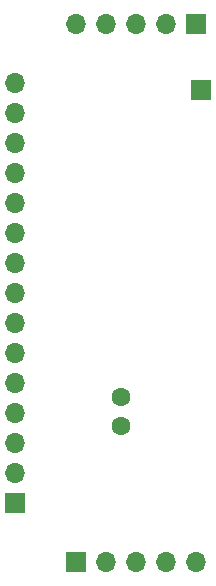
<source format=gbs>
%TF.GenerationSoftware,KiCad,Pcbnew,(5.1.6-0-10_14)*%
%TF.CreationDate,2020-09-10T15:52:44+09:00*%
%TF.ProjectId,qPCR-photosensing,71504352-2d70-4686-9f74-6f73656e7369,rev?*%
%TF.SameCoordinates,Original*%
%TF.FileFunction,Soldermask,Bot*%
%TF.FilePolarity,Negative*%
%FSLAX46Y46*%
G04 Gerber Fmt 4.6, Leading zero omitted, Abs format (unit mm)*
G04 Created by KiCad (PCBNEW (5.1.6-0-10_14)) date 2020-09-10 15:52:44*
%MOMM*%
%LPD*%
G01*
G04 APERTURE LIST*
%ADD10C,1.600000*%
%ADD11O,1.700000X1.700000*%
%ADD12R,1.700000X1.700000*%
G04 APERTURE END LIST*
D10*
%TO.C,C7*%
X97000000Y-96000000D03*
X97000000Y-98500000D03*
%TD*%
D11*
%TO.C,J1*%
X88000000Y-69440000D03*
X88000000Y-71980000D03*
X88000000Y-74520000D03*
X88000000Y-77060000D03*
X88000000Y-79600000D03*
X88000000Y-82140000D03*
X88000000Y-84680000D03*
X88000000Y-87220000D03*
X88000000Y-89760000D03*
X88000000Y-92300000D03*
X88000000Y-94840000D03*
X88000000Y-97380000D03*
X88000000Y-99920000D03*
X88000000Y-102460000D03*
D12*
X88000000Y-105000000D03*
%TD*%
D11*
%TO.C,J3*%
X103298000Y-110000000D03*
X100758000Y-110000000D03*
X98218000Y-110000000D03*
X95678000Y-110000000D03*
D12*
X93138000Y-110000000D03*
%TD*%
%TO.C,J4*%
X103298000Y-64440000D03*
D11*
X100758000Y-64440000D03*
X98218000Y-64440000D03*
X95678000Y-64440000D03*
X93138000Y-64440000D03*
%TD*%
D12*
%TO.C,J2*%
X103721000Y-70000000D03*
%TD*%
M02*

</source>
